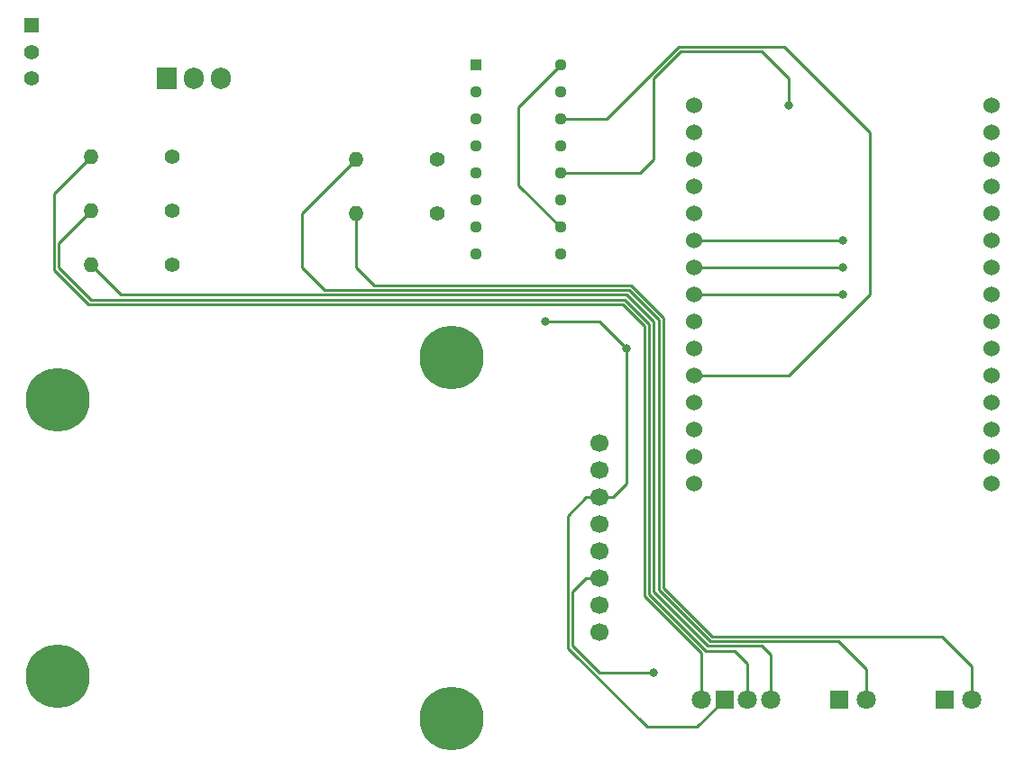
<source format=gbr>
%TF.GenerationSoftware,KiCad,Pcbnew,(6.0.11)*%
%TF.CreationDate,2023-02-17T23:10:17-08:00*%
%TF.ProjectId,badger,62616467-6572-42e6-9b69-6361645f7063,Original*%
%TF.SameCoordinates,Original*%
%TF.FileFunction,Copper,L2,Bot*%
%TF.FilePolarity,Positive*%
%FSLAX46Y46*%
G04 Gerber Fmt 4.6, Leading zero omitted, Abs format (unit mm)*
G04 Created by KiCad (PCBNEW (6.0.11)) date 2023-02-17 23:10:17*
%MOMM*%
%LPD*%
G01*
G04 APERTURE LIST*
%TA.AperFunction,ComponentPad*%
%ADD10C,1.400000*%
%TD*%
%TA.AperFunction,ComponentPad*%
%ADD11O,1.400000X1.400000*%
%TD*%
%TA.AperFunction,ComponentPad*%
%ADD12R,1.800000X1.800000*%
%TD*%
%TA.AperFunction,ComponentPad*%
%ADD13C,1.800000*%
%TD*%
%TA.AperFunction,ComponentPad*%
%ADD14R,1.130000X1.130000*%
%TD*%
%TA.AperFunction,ComponentPad*%
%ADD15C,1.130000*%
%TD*%
%TA.AperFunction,ComponentPad*%
%ADD16R,1.408000X1.408000*%
%TD*%
%TA.AperFunction,ComponentPad*%
%ADD17C,1.408000*%
%TD*%
%TA.AperFunction,ComponentPad*%
%ADD18R,1.905000X2.000000*%
%TD*%
%TA.AperFunction,ComponentPad*%
%ADD19O,1.905000X2.000000*%
%TD*%
%TA.AperFunction,ComponentPad*%
%ADD20C,6.000000*%
%TD*%
%TA.AperFunction,ComponentPad*%
%ADD21C,1.700000*%
%TD*%
%TA.AperFunction,ComponentPad*%
%ADD22C,1.524000*%
%TD*%
%TA.AperFunction,ViaPad*%
%ADD23C,0.800000*%
%TD*%
%TA.AperFunction,Conductor*%
%ADD24C,0.250000*%
%TD*%
G04 APERTURE END LIST*
D10*
%TO.P,R3,1*%
%TO.N,Net-(IC0-Pad4)*%
X165100000Y-76200000D03*
D11*
%TO.P,R3,2*%
%TO.N,Net-(LED1-Pad2)*%
X157480000Y-76200000D03*
%TD*%
D12*
%TO.P,LED2,1,K*%
%TO.N,Net-(CTRL0-Pad24)*%
X212760000Y-126960000D03*
D13*
%TO.P,LED2,2,A*%
%TO.N,Net-(LED2-Pad2)*%
X215300000Y-126960000D03*
%TD*%
D14*
%TO.P,IC0,1,QB*%
%TO.N,Net-(IC0-Pad1)*%
X168750000Y-67310000D03*
D15*
%TO.P,IC0,2,QC*%
%TO.N,Net-(IC0-Pad2)*%
X168750000Y-69850000D03*
%TO.P,IC0,3,QD*%
%TO.N,Net-(IC0-Pad3)*%
X168750000Y-72390000D03*
%TO.P,IC0,4,QE*%
%TO.N,Net-(IC0-Pad4)*%
X168750000Y-74930000D03*
%TO.P,IC0,5,QF*%
%TO.N,Net-(IC0-Pad5)*%
X168750000Y-77470000D03*
%TO.P,IC0,6,QG*%
%TO.N,unconnected-(IC0-Pad6)*%
X168750000Y-80010000D03*
%TO.P,IC0,7,QH*%
%TO.N,unconnected-(IC0-Pad7)*%
X168750000Y-82550000D03*
%TO.P,IC0,8,GND*%
%TO.N,Net-(CTRL0-Pad24)*%
X168750000Y-85090000D03*
%TO.P,IC0,9,QH'*%
%TO.N,unconnected-(IC0-Pad9)*%
X176690000Y-85090000D03*
%TO.P,IC0,10,~{SRCLR}*%
%TO.N,Net-(CTRL0-Pad25)*%
X176690000Y-82550000D03*
%TO.P,IC0,11,SRCLK*%
%TO.N,Net-(CTRL0-Pad29)*%
X176690000Y-80010000D03*
%TO.P,IC0,12,RCLK*%
%TO.N,Net-(CTRL0-Pad27)*%
X176690000Y-77470000D03*
%TO.P,IC0,13,~{OE}*%
%TO.N,Net-(CTRL0-Pad24)*%
X176690000Y-74930000D03*
%TO.P,IC0,14,SER*%
%TO.N,Net-(CTRL0-Pad26)*%
X176690000Y-72390000D03*
%TO.P,IC0,15,QA*%
%TO.N,unconnected-(IC0-Pad15)*%
X176690000Y-69850000D03*
%TO.P,IC0,16,VCC*%
%TO.N,Net-(CTRL0-Pad25)*%
X176690000Y-67310000D03*
%TD*%
D12*
%TO.P,LED1,1,K*%
%TO.N,Net-(CTRL0-Pad24)*%
X202860000Y-126960000D03*
D13*
%TO.P,LED1,2,A*%
%TO.N,Net-(LED1-Pad2)*%
X205400000Y-126960000D03*
%TD*%
%TO.P,LED0,1,RA*%
%TO.N,Net-(LED0-Pad1)*%
X189900000Y-126960000D03*
D12*
%TO.P,LED0,2,K*%
%TO.N,Net-(CTRL0-Pad24)*%
X192059000Y-126960000D03*
D13*
%TO.P,LED0,3,GA*%
%TO.N,Net-(LED0-Pad3)*%
X194218000Y-126960000D03*
%TO.P,LED0,4,BA*%
%TO.N,Net-(LED0-Pad4)*%
X196377000Y-126960000D03*
%TD*%
D16*
%TO.P,PSW0,1*%
%TO.N,Net-(PSW0-Pad1)*%
X127000000Y-63580000D03*
D17*
%TO.P,PSW0,2*%
%TO.N,Net-(PSW0-Pad2)*%
X127000000Y-66080000D03*
%TO.P,PSW0,3*%
%TO.N,unconnected-(PSW0-Pad3)*%
X127000000Y-68580000D03*
%TD*%
D18*
%TO.P,VR0,1,IN*%
%TO.N,Net-(PSW0-Pad2)*%
X139700000Y-68580000D03*
D19*
%TO.P,VR0,2,GND*%
%TO.N,Net-(CTRL0-Pad14)*%
X142240000Y-68580000D03*
%TO.P,VR0,3,OUT*%
%TO.N,Net-(CTRL0-Pad15)*%
X144780000Y-68580000D03*
%TD*%
D10*
%TO.P,R1,1*%
%TO.N,Net-(IC0-Pad2)*%
X140140000Y-81020000D03*
D11*
%TO.P,R1,2*%
%TO.N,Net-(LED0-Pad3)*%
X132520000Y-81020000D03*
%TD*%
D20*
%TO.P,IC1,*%
%TO.N,*%
X166400000Y-94760000D03*
X129400000Y-98760000D03*
X129400000Y-124760000D03*
X166400000Y-128760000D03*
D21*
%TO.P,IC1,1,SDA*%
%TO.N,Net-(CTRL0-Pad28)*%
X180340000Y-120650000D03*
%TO.P,IC1,2,SCK*%
%TO.N,Net-(CTRL0-Pad23)*%
X180340000Y-118110000D03*
%TO.P,IC1,3,MOSI*%
%TO.N,Net-(CTRL0-Pad21)*%
X180340000Y-115570000D03*
%TO.P,IC1,4,MISO*%
%TO.N,Net-(CTRL0-Pad22)*%
X180340000Y-113030000D03*
%TO.P,IC1,5,IRQ*%
%TO.N,unconnected-(IC1-Pad5)*%
X180340000Y-110490000D03*
%TO.P,IC1,6,GND*%
%TO.N,Net-(CTRL0-Pad24)*%
X180340000Y-107950000D03*
%TO.P,IC1,7,RST*%
%TO.N,unconnected-(IC1-Pad7)*%
X180340000Y-105410000D03*
%TO.P,IC1,8,3.3V*%
%TO.N,Net-(CTRL0-Pad25)*%
X180340000Y-102870000D03*
%TD*%
D10*
%TO.P,R4,1*%
%TO.N,Net-(IC0-Pad5)*%
X165100000Y-81280000D03*
D11*
%TO.P,R4,2*%
%TO.N,Net-(LED2-Pad2)*%
X157480000Y-81280000D03*
%TD*%
D22*
%TO.P,CTRL0,1,A0(ADC0)*%
%TO.N,unconnected-(CTRL0-Pad1)*%
X217170000Y-106680000D03*
%TO.P,CTRL0,2,RSV*%
%TO.N,unconnected-(CTRL0-Pad2)*%
X217170000Y-104140000D03*
%TO.P,CTRL0,3,RSV*%
%TO.N,unconnected-(CTRL0-Pad3)*%
X217170000Y-101600000D03*
%TO.P,CTRL0,4,SD3(GPIO10)*%
%TO.N,unconnected-(CTRL0-Pad4)*%
X217170000Y-99060000D03*
%TO.P,CTRL0,5,SD2(GPIO9)*%
%TO.N,unconnected-(CTRL0-Pad5)*%
X217170000Y-96520000D03*
%TO.P,CTRL0,6,SD1(MOSI)*%
%TO.N,unconnected-(CTRL0-Pad6)*%
X217170000Y-93980000D03*
%TO.P,CTRL0,7,CMD(CS)*%
%TO.N,unconnected-(CTRL0-Pad7)*%
X217170000Y-91440000D03*
%TO.P,CTRL0,8,SDO(MISO)*%
%TO.N,unconnected-(CTRL0-Pad8)*%
X217170000Y-88900000D03*
%TO.P,CTRL0,9,CLK(SCLK)*%
%TO.N,unconnected-(CTRL0-Pad9)*%
X217170000Y-86360000D03*
%TO.P,CTRL0,10,GND*%
%TO.N,unconnected-(CTRL0-Pad10)*%
X217170000Y-83820000D03*
%TO.P,CTRL0,11,3.3V*%
%TO.N,unconnected-(CTRL0-Pad11)*%
X217170000Y-81280000D03*
%TO.P,CTRL0,12,EN*%
%TO.N,unconnected-(CTRL0-Pad12)*%
X217170000Y-78740000D03*
%TO.P,CTRL0,13,RST*%
%TO.N,unconnected-(CTRL0-Pad13)*%
X217170000Y-76200000D03*
%TO.P,CTRL0,14,GND*%
%TO.N,Net-(CTRL0-Pad14)*%
X217170000Y-73660000D03*
%TO.P,CTRL0,15,VIN*%
%TO.N,Net-(CTRL0-Pad15)*%
X217170000Y-71120000D03*
%TO.P,CTRL0,16,3.3V*%
%TO.N,unconnected-(CTRL0-Pad16)*%
X189230000Y-71120000D03*
%TO.P,CTRL0,17,GND*%
%TO.N,unconnected-(CTRL0-Pad17)*%
X189230000Y-73660000D03*
%TO.P,CTRL0,18,TX(GPIO1)*%
%TO.N,unconnected-(CTRL0-Pad18)*%
X189230000Y-76200000D03*
%TO.P,CTRL0,19,RX(DPIO3)*%
%TO.N,unconnected-(CTRL0-Pad19)*%
X189230000Y-78740000D03*
%TO.P,CTRL0,20,D8(GPIO15)*%
%TO.N,unconnected-(CTRL0-Pad20)*%
X189230000Y-81280000D03*
%TO.P,CTRL0,21,D7(GPIO13)*%
%TO.N,Net-(CTRL0-Pad21)*%
X189230000Y-83820000D03*
%TO.P,CTRL0,22,D6(GPIO12)*%
%TO.N,Net-(CTRL0-Pad22)*%
X189230000Y-86360000D03*
%TO.P,CTRL0,23,D5(GPIO14)*%
%TO.N,Net-(CTRL0-Pad23)*%
X189230000Y-88900000D03*
%TO.P,CTRL0,24,GND*%
%TO.N,Net-(CTRL0-Pad24)*%
X189230000Y-91440000D03*
%TO.P,CTRL0,25,3.3V*%
%TO.N,Net-(CTRL0-Pad25)*%
X189230000Y-93980000D03*
%TO.P,CTRL0,26,D4(GPIO2)*%
%TO.N,Net-(CTRL0-Pad26)*%
X189230000Y-96520000D03*
%TO.P,CTRL0,27,D3(GPIO0)*%
%TO.N,Net-(CTRL0-Pad27)*%
X189230000Y-99060000D03*
%TO.P,CTRL0,28,D2(GPIO4)*%
%TO.N,Net-(CTRL0-Pad28)*%
X189230000Y-101600000D03*
%TO.P,CTRL0,29,D1(GPIO5)*%
%TO.N,Net-(CTRL0-Pad29)*%
X189230000Y-104140000D03*
%TO.P,CTRL0,30,D0(GPIO16)*%
%TO.N,unconnected-(CTRL0-Pad30)*%
X189230000Y-106680000D03*
%TD*%
D10*
%TO.P,R2,1*%
%TO.N,Net-(IC0-Pad3)*%
X140140000Y-86100000D03*
D11*
%TO.P,R2,2*%
%TO.N,Net-(LED0-Pad4)*%
X132520000Y-86100000D03*
%TD*%
D10*
%TO.P,R0,1*%
%TO.N,Net-(IC0-Pad1)*%
X140140000Y-75940000D03*
D11*
%TO.P,R0,2*%
%TO.N,Net-(LED0-Pad1)*%
X132520000Y-75940000D03*
%TD*%
D23*
%TO.N,Net-(CTRL0-Pad21)*%
X203200000Y-83820000D03*
X185420000Y-124460000D03*
%TO.N,Net-(CTRL0-Pad22)*%
X203200000Y-86360000D03*
%TO.N,Net-(CTRL0-Pad23)*%
X203200000Y-88900000D03*
%TO.N,Net-(CTRL0-Pad24)*%
X175260000Y-91440000D03*
X182880000Y-93980000D03*
%TO.N,Net-(CTRL0-Pad27)*%
X198120000Y-71120000D03*
%TD*%
D24*
%TO.N,Net-(CTRL0-Pad21)*%
X177800000Y-116840000D02*
X179070000Y-115570000D01*
X180340000Y-124460000D02*
X177800000Y-121920000D01*
X177800000Y-121920000D02*
X177800000Y-116840000D01*
X185420000Y-124460000D02*
X180340000Y-124460000D01*
X179070000Y-115570000D02*
X180340000Y-115570000D01*
X189230000Y-83820000D02*
X203200000Y-83820000D01*
%TO.N,Net-(CTRL0-Pad22)*%
X189230000Y-86360000D02*
X203200000Y-86360000D01*
%TO.N,Net-(CTRL0-Pad23)*%
X189230000Y-88900000D02*
X203200000Y-88900000D01*
%TO.N,Net-(CTRL0-Pad24)*%
X189479000Y-129540000D02*
X184783604Y-129540000D01*
X184783604Y-129540000D02*
X177350000Y-122106396D01*
X177350000Y-122106396D02*
X177350000Y-109670000D01*
X182880000Y-93980000D02*
X182880000Y-106680000D01*
X179070000Y-107950000D02*
X180340000Y-107950000D01*
X182880000Y-93980000D02*
X180340000Y-91440000D01*
X192059000Y-126960000D02*
X189479000Y-129540000D01*
X181610000Y-107950000D02*
X180340000Y-107950000D01*
X182880000Y-106680000D02*
X181610000Y-107950000D01*
X177350000Y-109670000D02*
X179070000Y-107950000D01*
X180340000Y-91440000D02*
X175260000Y-91440000D01*
%TO.N,Net-(CTRL0-Pad25)*%
X172720000Y-78580000D02*
X176690000Y-82550000D01*
X176690000Y-67310000D02*
X172720000Y-71280000D01*
X172720000Y-71280000D02*
X172720000Y-78580000D01*
%TO.N,Net-(CTRL0-Pad26)*%
X197670000Y-65590000D02*
X187773604Y-65590000D01*
X198120000Y-96520000D02*
X205740000Y-88900000D01*
X187773604Y-65590000D02*
X180973604Y-72390000D01*
X205740000Y-88900000D02*
X205740000Y-73660000D01*
X180973604Y-72390000D02*
X176690000Y-72390000D01*
X189230000Y-96520000D02*
X198120000Y-96520000D01*
X205740000Y-73660000D02*
X197670000Y-65590000D01*
%TO.N,Net-(CTRL0-Pad27)*%
X195580000Y-66040000D02*
X187960000Y-66040000D01*
X185420000Y-76200000D02*
X184150000Y-77470000D01*
X185420000Y-68580000D02*
X185420000Y-76200000D01*
X187960000Y-66040000D02*
X185420000Y-68580000D01*
X198120000Y-71120000D02*
X198120000Y-68580000D01*
X198120000Y-68580000D02*
X195580000Y-66040000D01*
X184150000Y-77470000D02*
X176690000Y-77470000D01*
%TO.N,Net-(LED0-Pad1)*%
X184520000Y-117212792D02*
X189900000Y-122592792D01*
X132343604Y-89800000D02*
X182507208Y-89800000D01*
X129090000Y-86546396D02*
X132343604Y-89800000D01*
X129090000Y-79370000D02*
X129090000Y-86546396D01*
X132520000Y-75940000D02*
X129090000Y-79370000D01*
X189900000Y-122592792D02*
X189900000Y-126960000D01*
X182507208Y-89800000D02*
X184520000Y-91812792D01*
X184520000Y-91812792D02*
X184520000Y-117212792D01*
%TO.N,Net-(LED0-Pad3)*%
X129540000Y-84000000D02*
X129540000Y-86360000D01*
X184970000Y-117026396D02*
X190313604Y-122370000D01*
X182693604Y-89350000D02*
X184970000Y-91626396D01*
X129540000Y-86360000D02*
X132530000Y-89350000D01*
X193040000Y-122370000D02*
X194218000Y-123548000D01*
X132520000Y-81020000D02*
X129540000Y-84000000D01*
X190313604Y-122370000D02*
X193040000Y-122370000D01*
X184970000Y-91626396D02*
X184970000Y-117026396D01*
X194218000Y-123548000D02*
X194218000Y-126960000D01*
X132530000Y-89350000D02*
X182693604Y-89350000D01*
%TO.N,Net-(LED0-Pad4)*%
X195580000Y-121920000D02*
X196377000Y-122717000D01*
X196377000Y-122717000D02*
X196377000Y-126960000D01*
X135320000Y-88900000D02*
X182880000Y-88900000D01*
X185420000Y-91440000D02*
X185420000Y-116840000D01*
X185420000Y-116840000D02*
X190500000Y-121920000D01*
X182880000Y-88900000D02*
X185420000Y-91440000D01*
X190500000Y-121920000D02*
X195580000Y-121920000D01*
X132520000Y-86100000D02*
X135320000Y-88900000D01*
%TO.N,Net-(LED1-Pad2)*%
X152400000Y-81280000D02*
X152400000Y-86360000D01*
X154490000Y-88450000D02*
X183066396Y-88450000D01*
X185870000Y-91253604D02*
X185870000Y-116653604D01*
X183066396Y-88450000D02*
X185870000Y-91253604D01*
X157480000Y-76200000D02*
X152400000Y-81280000D01*
X152400000Y-86360000D02*
X154490000Y-88450000D01*
X190686396Y-121470000D02*
X202750000Y-121470000D01*
X202750000Y-121470000D02*
X205400000Y-124120000D01*
X205400000Y-124120000D02*
X205400000Y-126960000D01*
X185870000Y-116653604D02*
X190686396Y-121470000D01*
%TO.N,Net-(LED2-Pad2)*%
X159120000Y-88000000D02*
X183252792Y-88000000D01*
X212460000Y-121020000D02*
X215300000Y-123860000D01*
X183252792Y-88000000D02*
X186320000Y-91067208D01*
X157480000Y-81280000D02*
X157480000Y-86360000D01*
X190872792Y-121020000D02*
X212460000Y-121020000D01*
X157480000Y-86360000D02*
X159120000Y-88000000D01*
X215300000Y-123860000D02*
X215300000Y-126960000D01*
X186320000Y-91067208D02*
X186320000Y-116467208D01*
X186320000Y-116467208D02*
X190872792Y-121020000D01*
%TD*%
M02*

</source>
